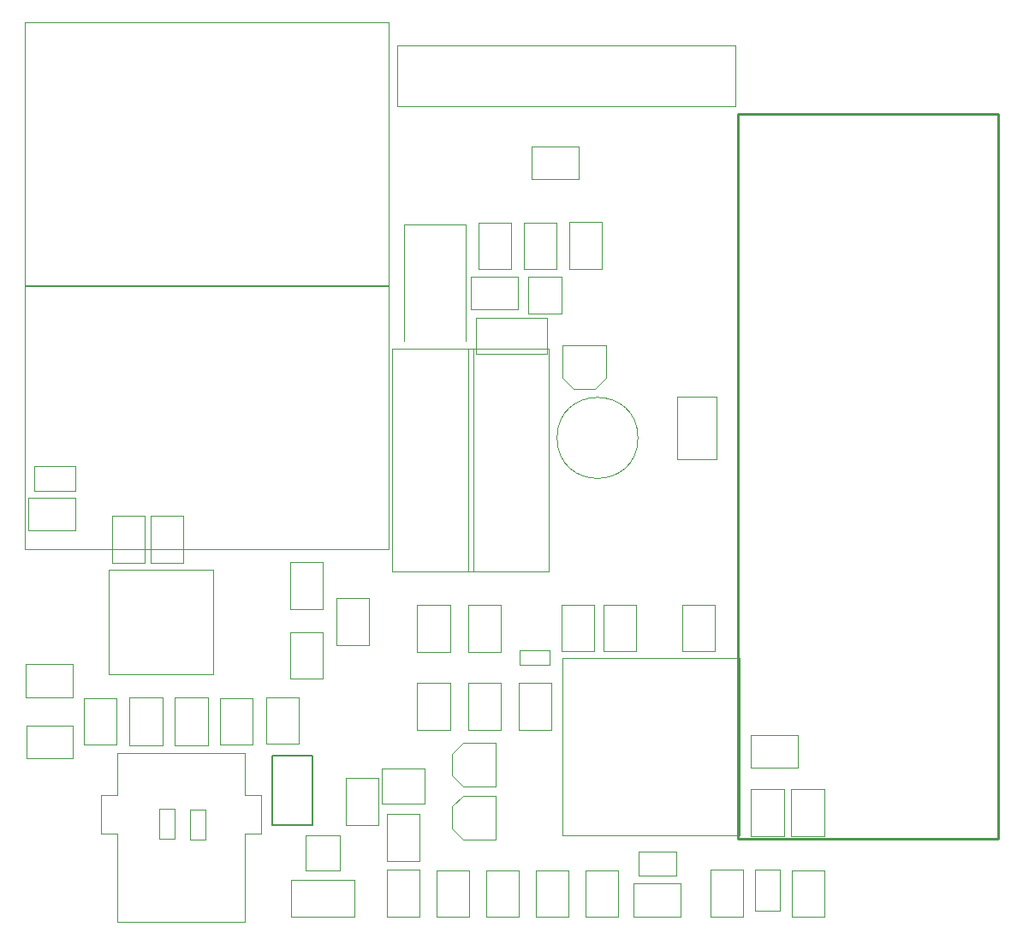
<source format=gbr>
%TF.GenerationSoftware,Altium Limited,Altium Designer,25.2.1 (25)*%
G04 Layer_Color=32768*
%FSLAX43Y43*%
%MOMM*%
%TF.SameCoordinates,4C24163C-91DB-42BE-86CD-6C2E27ADC54B*%
%TF.FilePolarity,Positive*%
%TF.FileFunction,Other,Mechanical_15*%
%TF.Part,Single*%
G01*
G75*
%TA.AperFunction,NonConductor*%
%ADD74C,0.254*%
%ADD75C,0.127*%
%ADD78C,0.100*%
%ADD136C,0.050*%
D74*
X71097Y8396D02*
Y79996D01*
X96797Y8396D02*
Y79996D01*
X71097D02*
X96797D01*
X71097Y8396D02*
X96797D01*
D75*
X25000Y9747D02*
Y16647D01*
X29000D01*
Y9747D02*
Y16647D01*
X25000Y9747D02*
X29000D01*
D78*
X61200Y48018D02*
G03*
X61200Y48018I-4000J0D01*
G01*
X53730Y53916D02*
Y57141D01*
Y53916D02*
X54805Y52841D01*
X56955D01*
X58030Y53916D01*
Y57141D01*
X53730D02*
X58030D01*
X36914Y34847D02*
Y56847D01*
Y34847D02*
X44914D01*
Y56847D01*
X36914D02*
X44914D01*
X44400D02*
X52400D01*
Y34847D02*
Y56847D01*
X44400Y34847D02*
X52400D01*
X44400D02*
Y56847D01*
X47150Y8350D02*
Y12650D01*
X43925Y8350D02*
X47150D01*
X42850Y9425D02*
X43925Y8350D01*
X42850Y9425D02*
Y11575D01*
X43925Y12650D01*
X47150D01*
X43925Y17850D02*
X47150D01*
X42850Y16775D02*
X43925Y17850D01*
X42850Y14625D02*
Y16775D01*
Y14625D02*
X43925Y13550D01*
X47150D01*
Y17850D01*
D136*
X50375Y60300D02*
Y63900D01*
Y60300D02*
X53625D01*
Y63900D01*
X50375D02*
X53625D01*
X44198Y57623D02*
Y69123D01*
X38098D02*
X44198D01*
X38098Y57623D02*
Y69123D01*
X52200Y56300D02*
Y59900D01*
X45200D02*
X52200D01*
X45200Y56300D02*
Y59900D01*
Y56300D02*
X52200D01*
X52490Y25549D02*
Y27029D01*
X49510D02*
X52490D01*
X49510Y25549D02*
Y27029D01*
Y25549D02*
X52490D01*
X72775Y1270D02*
Y5320D01*
X75225D01*
Y1270D02*
Y5320D01*
X72775Y1270D02*
X75225D01*
X1475Y45225D02*
X5525D01*
Y42775D02*
Y45225D01*
X1475Y42775D02*
X5525D01*
X1475D02*
Y45225D01*
X9700Y16850D02*
X22300D01*
X9700Y12710D02*
Y16850D01*
X8070Y12710D02*
X9700D01*
X8070Y8890D02*
Y12710D01*
Y8890D02*
X9700D01*
Y150D02*
Y8890D01*
Y150D02*
X22300D01*
Y8890D01*
X23930D01*
Y12710D01*
X22300D02*
X23930D01*
X22300D02*
Y16850D01*
X8836Y24696D02*
Y35006D01*
X19146Y24696D02*
Y35006D01*
X8836Y24696D02*
X19146D01*
X8836Y35006D02*
X19146D01*
X28300Y5300D02*
Y8700D01*
X31700D01*
Y5300D02*
Y8700D01*
X28300Y5300D02*
X31700D01*
X36540Y63050D02*
Y89060D01*
X540D02*
X36540D01*
X540Y63050D02*
Y89060D01*
Y63050D02*
X36540D01*
Y37050D02*
Y63060D01*
X540D02*
X36540D01*
X540Y37050D02*
Y63060D01*
Y37050D02*
X36540D01*
X65575Y26902D02*
X68791D01*
X65575Y31518D02*
X68791D01*
Y26902D02*
Y31518D01*
X65575Y26902D02*
Y31518D01*
X70838Y80820D02*
Y86820D01*
X37388Y80820D02*
X70838D01*
X37388D02*
Y86820D01*
X70838D01*
X49892Y69308D02*
X53108D01*
X49892Y64692D02*
X53108D01*
X49892D02*
Y69308D01*
X53108Y64692D02*
Y69308D01*
X54369Y64669D02*
X57631D01*
X54369Y69331D02*
X57631D01*
Y64669D02*
Y69331D01*
X54369Y64669D02*
Y69331D01*
X45392Y64692D02*
X48608D01*
X45392Y69308D02*
X48608D01*
Y64692D02*
Y69308D01*
X45392Y64692D02*
Y69308D01*
X902Y38869D02*
Y42131D01*
X5564Y38869D02*
Y42131D01*
X902Y38869D02*
X5564D01*
X902Y42131D02*
X5564D01*
X26840Y28808D02*
X30056D01*
X26840Y24192D02*
X30056D01*
X26840D02*
Y28808D01*
X30056Y24192D02*
Y28808D01*
X16893Y8332D02*
Y11262D01*
X18413D01*
Y8332D02*
Y11262D01*
X16893Y8332D02*
X18413D01*
X13845Y8441D02*
Y11371D01*
X15365D01*
Y8441D02*
Y11371D01*
X13845Y8441D02*
X15365D01*
X15389Y22331D02*
X18651D01*
X15389Y17669D02*
X18651D01*
X15389D02*
Y22331D01*
X18651Y17669D02*
Y22331D01*
X19892Y22308D02*
X23108D01*
X19892Y17692D02*
X23108D01*
X19892D02*
Y22308D01*
X23108Y17692D02*
Y22308D01*
X10889Y22331D02*
X14151D01*
X10889Y17669D02*
X14151D01*
X10889D02*
Y22331D01*
X14151Y17669D02*
Y22331D01*
X5331Y22369D02*
Y25631D01*
X669Y22369D02*
Y25631D01*
X5331D01*
X669Y22369D02*
X5331D01*
X5308Y16392D02*
Y19608D01*
X692Y16392D02*
Y19608D01*
X5308D01*
X692Y16392D02*
X5308D01*
X39631Y669D02*
Y5331D01*
X36369Y669D02*
Y5331D01*
Y669D02*
X39631D01*
X36369Y5331D02*
X39631D01*
X79608Y692D02*
Y5308D01*
X76392Y692D02*
Y5308D01*
Y692D02*
X79608D01*
X76392Y5308D02*
X79608D01*
X68369Y695D02*
Y5357D01*
X71631Y695D02*
Y5357D01*
X68369D02*
X71631D01*
X68369Y695D02*
X71631D01*
X50699Y73553D02*
Y76815D01*
X55361Y73553D02*
Y76815D01*
X50699Y73553D02*
X55361D01*
X50699Y76815D02*
X55361D01*
X39369Y19169D02*
Y23831D01*
X42631Y19169D02*
Y23831D01*
X39369D02*
X42631D01*
X39369Y19169D02*
X42631D01*
X44692Y63908D02*
X49308D01*
X44692Y60692D02*
X49308D01*
Y63908D01*
X44692Y60692D02*
Y63908D01*
X44379Y19169D02*
Y23831D01*
X47641Y19169D02*
Y23831D01*
X44379D02*
X47641D01*
X44379Y19169D02*
X47641D01*
X44379Y26879D02*
Y31541D01*
X47641Y26879D02*
Y31541D01*
X44379D02*
X47641D01*
X44379Y26879D02*
X47641D01*
X39369D02*
Y31541D01*
X42631Y26879D02*
Y31541D01*
X39369D02*
X42631D01*
X39369Y26879D02*
X42631D01*
X68952Y45875D02*
Y52125D01*
X65048Y45875D02*
X68952D01*
X65048D02*
Y52125D01*
X68952D01*
X33135Y700D02*
Y4300D01*
X26865Y700D02*
Y4300D01*
Y700D02*
X33135D01*
X26865Y4300D02*
X33135D01*
X53770Y26230D02*
X71230D01*
Y8770D02*
Y26230D01*
X53770Y8770D02*
X71230D01*
X53770D02*
Y26230D01*
X27643Y17758D02*
Y22374D01*
X24427Y17758D02*
Y22374D01*
Y17758D02*
X27643D01*
X24427Y22374D02*
X27643D01*
X9608Y17692D02*
Y22308D01*
X6392Y17692D02*
Y22308D01*
Y17692D02*
X9608D01*
X6392Y22308D02*
X9608D01*
X12969Y35669D02*
Y40331D01*
X16231Y35669D02*
Y40331D01*
X12969D02*
X16231D01*
X12969Y35669D02*
X16231D01*
X9169D02*
Y40331D01*
X12431Y35669D02*
Y40331D01*
X9169D02*
X12431D01*
X9169Y35669D02*
X12431D01*
X34631Y27520D02*
Y32182D01*
X31369Y27520D02*
Y32182D01*
Y27520D02*
X34631D01*
X31369Y32182D02*
X34631D01*
X26840Y31093D02*
Y35709D01*
X30056Y31093D02*
Y35709D01*
X26840D02*
X30056D01*
X26840Y31093D02*
X30056D01*
X59266Y692D02*
Y5308D01*
X56050Y692D02*
Y5308D01*
Y692D02*
X59266D01*
X56050Y5308D02*
X59266D01*
X61269Y7169D02*
X64969D01*
Y4769D02*
Y7169D01*
X61269Y4769D02*
X64969D01*
X61269D02*
Y7169D01*
X49392Y19192D02*
Y23808D01*
X52608Y19192D02*
Y23808D01*
X49392D02*
X52608D01*
X49392Y19192D02*
X52608D01*
X32301Y9757D02*
Y14373D01*
X35517Y9757D02*
Y14373D01*
X32301D02*
X35517D01*
X32301Y9757D02*
X35517D01*
X35890Y15300D02*
X40110D01*
Y11900D02*
Y15300D01*
X35890Y11900D02*
X40110D01*
X35890D02*
Y15300D01*
X53637Y26902D02*
Y31518D01*
X56853Y26902D02*
Y31518D01*
X53637D02*
X56853D01*
X53637Y26902D02*
X56853D01*
X57828D02*
Y31518D01*
X61044Y26902D02*
Y31518D01*
X57828D02*
X61044D01*
X57828Y26902D02*
X61044D01*
X72367Y18608D02*
X76983D01*
X72367Y15392D02*
X76983D01*
Y18608D01*
X72367Y15392D02*
Y18608D01*
X65450Y694D02*
Y3956D01*
X60788Y694D02*
Y3956D01*
X65450D01*
X60788Y694D02*
X65450D01*
X76369Y13331D02*
X79631D01*
X76369Y8669D02*
X79631D01*
X76369D02*
Y13331D01*
X79631Y8669D02*
Y13331D01*
X72369D02*
X75631D01*
X72369Y8669D02*
X75631D01*
X72369D02*
Y13331D01*
X75631Y8669D02*
Y13331D01*
X36369Y10831D02*
X39631D01*
X36369Y6169D02*
X39631D01*
X36369D02*
Y10831D01*
X39631Y6169D02*
Y10831D01*
X51130Y5308D02*
X54346D01*
X51130Y692D02*
X54346D01*
X51130D02*
Y5308D01*
X54346Y692D02*
Y5308D01*
X46211D02*
X49427D01*
X46211Y692D02*
X49427D01*
X46211D02*
Y5308D01*
X49427Y692D02*
Y5308D01*
X41291D02*
X44507D01*
X41291Y692D02*
X44507D01*
X41291D02*
Y5308D01*
X44507Y692D02*
Y5308D01*
%TF.MD5,6fdd53ff7c795aee8113a83adc8d5acc*%
M02*

</source>
